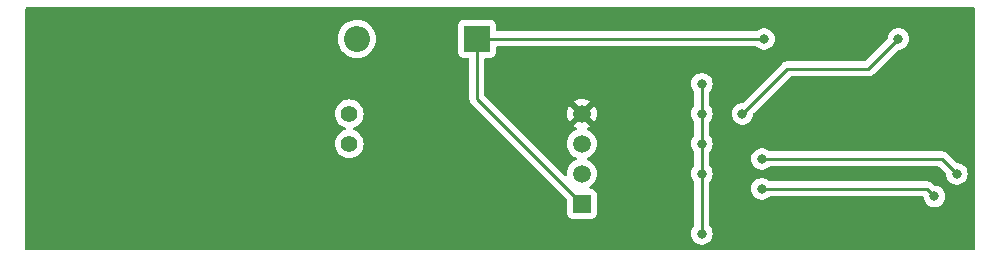
<source format=gbr>
%TF.GenerationSoftware,KiCad,Pcbnew,7.0.9*%
%TF.CreationDate,2023-11-22T21:43:23-08:00*%
%TF.ProjectId,esp12-temp-sensore,65737031-322d-4746-956d-702d73656e73,rev?*%
%TF.SameCoordinates,Original*%
%TF.FileFunction,Copper,L2,Bot*%
%TF.FilePolarity,Positive*%
%FSLAX46Y46*%
G04 Gerber Fmt 4.6, Leading zero omitted, Abs format (unit mm)*
G04 Created by KiCad (PCBNEW 7.0.9) date 2023-11-22 21:43:23*
%MOMM*%
%LPD*%
G01*
G04 APERTURE LIST*
%TA.AperFunction,ComponentPad*%
%ADD10R,2.200000X2.200000*%
%TD*%
%TA.AperFunction,ComponentPad*%
%ADD11O,2.200000X2.200000*%
%TD*%
%TA.AperFunction,ComponentPad*%
%ADD12C,1.400000*%
%TD*%
%TA.AperFunction,ComponentPad*%
%ADD13R,1.500000X1.500000*%
%TD*%
%TA.AperFunction,ComponentPad*%
%ADD14C,1.500000*%
%TD*%
%TA.AperFunction,ViaPad*%
%ADD15C,0.800000*%
%TD*%
%TA.AperFunction,Conductor*%
%ADD16C,0.250000*%
%TD*%
G04 APERTURE END LIST*
D10*
%TO.P,D1,1,K*%
%TO.N,VDC*%
X58420000Y-27940000D03*
D11*
%TO.P,D1,2,A*%
%TO.N,/+BATT_PROT*%
X48260000Y-27940000D03*
%TD*%
D12*
%TO.P,J1,1,1*%
%TO.N,+BATT*%
X47625000Y-34290000D03*
%TO.P,J1,2,2*%
%TO.N,-BATT*%
X47625000Y-36830000D03*
%TD*%
D13*
%TO.P,U1,1,VCC*%
%TO.N,VDC*%
X67310000Y-41910000D03*
D14*
%TO.P,U1,2,IO*%
%TO.N,/SENSOR*%
X67310000Y-39370000D03*
%TO.P,U1,3,NC*%
%TO.N,unconnected-(U1-NC-Pad3)*%
X67310000Y-36830000D03*
%TO.P,U1,4,GND*%
%TO.N,GND*%
X67310000Y-34290000D03*
%TD*%
D15*
%TO.N,GND*%
X91440000Y-36830000D03*
X27051000Y-41910000D03*
X53340000Y-27940000D03*
X74930000Y-44450000D03*
X82550000Y-43180000D03*
X41910000Y-41910000D03*
X89408000Y-39370000D03*
X96520000Y-39370000D03*
X86360000Y-34290000D03*
X57277000Y-42545000D03*
X27051000Y-30607000D03*
X96520000Y-36830000D03*
X93980000Y-34290000D03*
X74930000Y-29210000D03*
X88900000Y-34290000D03*
X41910000Y-30480000D03*
X98933000Y-36830000D03*
X27051000Y-35433000D03*
X96520000Y-31750000D03*
X50546000Y-42545000D03*
X41910000Y-35433000D03*
X34163000Y-41783000D03*
X50546000Y-35433000D03*
X34163000Y-30607000D03*
X93980000Y-36830000D03*
X34163000Y-35433000D03*
X63246000Y-31369000D03*
X91440000Y-34290000D03*
X88900000Y-31750000D03*
X57150000Y-35433000D03*
X91440000Y-31750000D03*
X83820000Y-43180000D03*
X76200000Y-30480000D03*
X86360000Y-31750000D03*
X96520000Y-34290000D03*
X93980000Y-39370000D03*
%TO.N,VDC*%
X77470000Y-34290000D03*
X77470000Y-44450000D03*
X77470000Y-39370000D03*
X77470000Y-36830000D03*
X82735000Y-27960000D03*
X77470000Y-31750000D03*
%TO.N,/RST*%
X80899000Y-34290000D03*
X94107000Y-27940000D03*
%TO.N,/SERIAL_RX*%
X82550000Y-38109500D03*
X99060000Y-39370000D03*
%TO.N,/SERIAL_TX*%
X97155000Y-41275000D03*
X82550000Y-40640000D03*
%TD*%
D16*
%TO.N,VDC*%
X58420000Y-33020000D02*
X67310000Y-41910000D01*
X58420000Y-27940000D02*
X82715000Y-27940000D01*
X58420000Y-27940000D02*
X58420000Y-33020000D01*
X77470000Y-39370000D02*
X77470000Y-36830000D01*
X77470000Y-44450000D02*
X77470000Y-39370000D01*
X82715000Y-27940000D02*
X82735000Y-27960000D01*
X77470000Y-36830000D02*
X77470000Y-31750000D01*
%TO.N,/RST*%
X91567000Y-30480000D02*
X84709000Y-30480000D01*
X84709000Y-30480000D02*
X80899000Y-34290000D01*
X94107000Y-27940000D02*
X91567000Y-30480000D01*
%TO.N,/SERIAL_RX*%
X97799500Y-38109500D02*
X82550000Y-38109500D01*
X99060000Y-39370000D02*
X97799500Y-38109500D01*
%TO.N,/SERIAL_TX*%
X96520000Y-40640000D02*
X82550000Y-40640000D01*
X96520000Y-40640000D02*
X97155000Y-41275000D01*
%TD*%
%TA.AperFunction,Conductor*%
%TO.N,GND*%
G36*
X100508221Y-25285502D02*
G01*
X100554714Y-25339158D01*
X100566100Y-25391500D01*
X100566100Y-45728500D01*
X100546098Y-45796621D01*
X100492442Y-45843114D01*
X100440100Y-45854500D01*
X20311500Y-45854500D01*
X20243379Y-45834498D01*
X20196886Y-45780842D01*
X20185500Y-45728500D01*
X20185500Y-44450000D01*
X76556496Y-44450000D01*
X76576457Y-44639927D01*
X76606526Y-44732470D01*
X76635473Y-44821556D01*
X76635476Y-44821561D01*
X76730958Y-44986941D01*
X76730965Y-44986951D01*
X76858744Y-45128864D01*
X76858747Y-45128866D01*
X77013248Y-45241118D01*
X77187712Y-45318794D01*
X77374513Y-45358500D01*
X77565487Y-45358500D01*
X77752288Y-45318794D01*
X77926752Y-45241118D01*
X78081253Y-45128866D01*
X78209040Y-44986944D01*
X78304527Y-44821556D01*
X78363542Y-44639928D01*
X78383504Y-44450000D01*
X78363542Y-44260072D01*
X78304527Y-44078444D01*
X78209040Y-43913056D01*
X78135863Y-43831784D01*
X78105146Y-43767776D01*
X78103500Y-43747474D01*
X78103500Y-40640000D01*
X81636496Y-40640000D01*
X81656457Y-40829927D01*
X81680343Y-40903438D01*
X81715473Y-41011556D01*
X81715476Y-41011561D01*
X81810958Y-41176941D01*
X81810965Y-41176951D01*
X81938744Y-41318864D01*
X81938747Y-41318866D01*
X82093248Y-41431118D01*
X82267712Y-41508794D01*
X82454513Y-41548500D01*
X82645487Y-41548500D01*
X82832288Y-41508794D01*
X83006752Y-41431118D01*
X83161253Y-41318866D01*
X83164563Y-41315190D01*
X83225009Y-41277950D01*
X83258200Y-41273500D01*
X96127887Y-41273500D01*
X96196008Y-41293502D01*
X96242501Y-41347158D01*
X96253197Y-41386330D01*
X96261457Y-41464927D01*
X96275711Y-41508794D01*
X96320473Y-41646556D01*
X96320476Y-41646561D01*
X96415958Y-41811941D01*
X96415965Y-41811951D01*
X96543744Y-41953864D01*
X96543747Y-41953866D01*
X96698248Y-42066118D01*
X96872712Y-42143794D01*
X97059513Y-42183500D01*
X97250487Y-42183500D01*
X97437288Y-42143794D01*
X97611752Y-42066118D01*
X97766253Y-41953866D01*
X97894040Y-41811944D01*
X97989527Y-41646556D01*
X98048542Y-41464928D01*
X98068504Y-41275000D01*
X98048542Y-41085072D01*
X97989527Y-40903444D01*
X97894040Y-40738056D01*
X97894038Y-40738054D01*
X97894034Y-40738048D01*
X97766255Y-40596135D01*
X97611752Y-40483882D01*
X97437288Y-40406206D01*
X97250487Y-40366500D01*
X97194595Y-40366500D01*
X97126474Y-40346498D01*
X97105500Y-40329595D01*
X97027244Y-40251339D01*
X97017280Y-40238902D01*
X97017053Y-40239090D01*
X97012000Y-40232982D01*
X96960920Y-40185015D01*
X96939777Y-40163871D01*
X96939772Y-40163866D01*
X96934225Y-40159563D01*
X96929717Y-40155712D01*
X96895325Y-40123417D01*
X96895319Y-40123413D01*
X96877563Y-40113651D01*
X96861047Y-40102802D01*
X96845041Y-40090386D01*
X96803764Y-40072524D01*
X96801740Y-40071648D01*
X96796408Y-40069036D01*
X96755061Y-40046305D01*
X96735436Y-40041266D01*
X96716736Y-40034864D01*
X96698145Y-40026819D01*
X96698143Y-40026818D01*
X96698142Y-40026818D01*
X96651542Y-40019437D01*
X96645729Y-40018233D01*
X96600030Y-40006500D01*
X96579776Y-40006500D01*
X96560066Y-40004949D01*
X96540057Y-40001780D01*
X96540056Y-40001780D01*
X96493083Y-40006220D01*
X96487150Y-40006500D01*
X83258200Y-40006500D01*
X83190079Y-39986498D01*
X83164563Y-39964810D01*
X83161252Y-39961133D01*
X83006752Y-39848882D01*
X82832288Y-39771206D01*
X82645487Y-39731500D01*
X82454513Y-39731500D01*
X82267711Y-39771206D01*
X82093247Y-39848882D01*
X81938744Y-39961135D01*
X81810965Y-40103048D01*
X81810958Y-40103058D01*
X81715476Y-40268438D01*
X81715473Y-40268445D01*
X81656457Y-40450072D01*
X81636496Y-40640000D01*
X78103500Y-40640000D01*
X78103500Y-40072524D01*
X78123502Y-40004403D01*
X78135858Y-39988220D01*
X78209040Y-39906944D01*
X78304527Y-39741556D01*
X78363542Y-39559928D01*
X78383504Y-39370000D01*
X78363542Y-39180072D01*
X78304527Y-38998444D01*
X78209040Y-38833056D01*
X78135863Y-38751784D01*
X78105146Y-38687776D01*
X78103500Y-38667474D01*
X78103500Y-38109500D01*
X81636496Y-38109500D01*
X81656457Y-38299427D01*
X81686526Y-38391970D01*
X81715473Y-38481056D01*
X81715476Y-38481061D01*
X81810958Y-38646441D01*
X81810965Y-38646451D01*
X81938744Y-38788364D01*
X81938747Y-38788366D01*
X82093248Y-38900618D01*
X82267712Y-38978294D01*
X82454513Y-39018000D01*
X82645487Y-39018000D01*
X82832288Y-38978294D01*
X83006752Y-38900618D01*
X83161253Y-38788366D01*
X83164563Y-38784690D01*
X83225009Y-38747450D01*
X83258200Y-38743000D01*
X97484906Y-38743000D01*
X97553027Y-38763002D01*
X97574001Y-38779905D01*
X98112877Y-39318781D01*
X98146903Y-39381093D01*
X98149092Y-39394705D01*
X98166457Y-39559927D01*
X98196526Y-39652470D01*
X98225473Y-39741556D01*
X98253841Y-39790691D01*
X98320958Y-39906941D01*
X98320965Y-39906951D01*
X98448744Y-40048864D01*
X98481309Y-40072524D01*
X98603248Y-40161118D01*
X98777712Y-40238794D01*
X98964513Y-40278500D01*
X99155487Y-40278500D01*
X99342288Y-40238794D01*
X99516752Y-40161118D01*
X99671253Y-40048866D01*
X99680316Y-40038801D01*
X99799034Y-39906951D01*
X99799035Y-39906949D01*
X99799040Y-39906944D01*
X99894527Y-39741556D01*
X99953542Y-39559928D01*
X99973504Y-39370000D01*
X99953542Y-39180072D01*
X99894527Y-38998444D01*
X99799040Y-38833056D01*
X99799038Y-38833054D01*
X99799034Y-38833048D01*
X99671255Y-38691135D01*
X99516752Y-38578882D01*
X99342288Y-38501206D01*
X99155487Y-38461500D01*
X99099595Y-38461500D01*
X99031474Y-38441498D01*
X99010500Y-38424595D01*
X98306744Y-37720839D01*
X98296779Y-37708401D01*
X98296552Y-37708590D01*
X98291501Y-37702484D01*
X98291500Y-37702482D01*
X98240421Y-37654516D01*
X98219277Y-37633371D01*
X98219272Y-37633366D01*
X98213725Y-37629063D01*
X98209217Y-37625212D01*
X98174825Y-37592917D01*
X98174819Y-37592913D01*
X98157063Y-37583151D01*
X98140547Y-37572302D01*
X98124541Y-37559886D01*
X98093789Y-37546578D01*
X98081240Y-37541148D01*
X98075908Y-37538536D01*
X98034561Y-37515805D01*
X98014936Y-37510766D01*
X97996236Y-37504364D01*
X97977645Y-37496319D01*
X97977643Y-37496318D01*
X97977642Y-37496318D01*
X97931042Y-37488937D01*
X97925229Y-37487733D01*
X97879530Y-37476000D01*
X97859276Y-37476000D01*
X97839566Y-37474449D01*
X97819557Y-37471280D01*
X97819556Y-37471280D01*
X97772583Y-37475720D01*
X97766650Y-37476000D01*
X83258200Y-37476000D01*
X83190079Y-37455998D01*
X83164563Y-37434310D01*
X83161252Y-37430633D01*
X83006752Y-37318382D01*
X82832288Y-37240706D01*
X82645487Y-37201000D01*
X82454513Y-37201000D01*
X82267711Y-37240706D01*
X82093247Y-37318382D01*
X81938744Y-37430635D01*
X81810965Y-37572548D01*
X81810958Y-37572558D01*
X81715476Y-37737938D01*
X81715473Y-37737945D01*
X81656457Y-37919572D01*
X81636496Y-38109500D01*
X78103500Y-38109500D01*
X78103500Y-37532524D01*
X78123502Y-37464403D01*
X78135858Y-37448220D01*
X78209040Y-37366944D01*
X78304527Y-37201556D01*
X78363542Y-37019928D01*
X78383504Y-36830000D01*
X78363542Y-36640072D01*
X78304527Y-36458444D01*
X78209040Y-36293056D01*
X78135863Y-36211784D01*
X78105146Y-36147776D01*
X78103500Y-36127474D01*
X78103500Y-34992524D01*
X78123502Y-34924403D01*
X78135858Y-34908220D01*
X78209040Y-34826944D01*
X78304527Y-34661556D01*
X78363542Y-34479928D01*
X78383504Y-34290000D01*
X79985496Y-34290000D01*
X80005457Y-34479927D01*
X80014997Y-34509287D01*
X80064473Y-34661556D01*
X80089505Y-34704912D01*
X80159958Y-34826941D01*
X80159965Y-34826951D01*
X80287744Y-34968864D01*
X80287747Y-34968866D01*
X80442248Y-35081118D01*
X80616712Y-35158794D01*
X80803513Y-35198500D01*
X80994487Y-35198500D01*
X81181288Y-35158794D01*
X81355752Y-35081118D01*
X81510253Y-34968866D01*
X81575357Y-34896561D01*
X81638034Y-34826951D01*
X81638035Y-34826949D01*
X81638040Y-34826944D01*
X81733527Y-34661556D01*
X81792542Y-34479928D01*
X81809907Y-34314703D01*
X81836920Y-34249048D01*
X81846113Y-34238789D01*
X84934499Y-31150405D01*
X84996811Y-31116379D01*
X85023594Y-31113500D01*
X91483147Y-31113500D01*
X91498988Y-31115249D01*
X91499016Y-31114956D01*
X91506902Y-31115700D01*
X91506909Y-31115702D01*
X91576958Y-31113500D01*
X91606856Y-31113500D01*
X91613818Y-31112619D01*
X91619719Y-31112154D01*
X91666889Y-31110673D01*
X91686347Y-31105019D01*
X91705694Y-31101013D01*
X91725797Y-31098474D01*
X91769679Y-31081099D01*
X91775274Y-31079183D01*
X91803816Y-31070891D01*
X91820591Y-31066019D01*
X91820595Y-31066017D01*
X91838026Y-31055708D01*
X91855780Y-31047009D01*
X91874617Y-31039552D01*
X91912786Y-31011818D01*
X91917744Y-31008562D01*
X91958362Y-30984542D01*
X91972685Y-30970218D01*
X91987724Y-30957374D01*
X92004107Y-30945472D01*
X92034193Y-30909103D01*
X92038161Y-30904741D01*
X94057499Y-28885405D01*
X94119811Y-28851379D01*
X94146594Y-28848500D01*
X94202487Y-28848500D01*
X94389288Y-28808794D01*
X94563752Y-28731118D01*
X94718253Y-28618866D01*
X94846040Y-28476944D01*
X94941527Y-28311556D01*
X95000542Y-28129928D01*
X95020504Y-27940000D01*
X95000542Y-27750072D01*
X94941527Y-27568444D01*
X94846040Y-27403056D01*
X94846038Y-27403054D01*
X94846034Y-27403048D01*
X94718255Y-27261135D01*
X94563752Y-27148882D01*
X94389288Y-27071206D01*
X94202487Y-27031500D01*
X94011513Y-27031500D01*
X93824711Y-27071206D01*
X93650247Y-27148882D01*
X93495744Y-27261135D01*
X93367965Y-27403048D01*
X93367958Y-27403058D01*
X93272476Y-27568438D01*
X93272473Y-27568445D01*
X93213457Y-27750072D01*
X93196092Y-27915292D01*
X93169079Y-27980949D01*
X93159877Y-27991216D01*
X91341498Y-29809596D01*
X91279188Y-29843620D01*
X91252405Y-29846500D01*
X84792854Y-29846500D01*
X84777012Y-29844750D01*
X84776985Y-29845044D01*
X84769092Y-29844297D01*
X84699029Y-29846500D01*
X84669144Y-29846500D01*
X84669140Y-29846500D01*
X84669129Y-29846501D01*
X84662190Y-29847377D01*
X84656277Y-29847843D01*
X84609111Y-29849325D01*
X84589650Y-29854979D01*
X84570304Y-29858985D01*
X84550204Y-29861525D01*
X84550203Y-29861525D01*
X84506335Y-29878893D01*
X84500720Y-29880815D01*
X84455413Y-29893978D01*
X84455404Y-29893982D01*
X84437962Y-29904297D01*
X84420215Y-29912991D01*
X84401383Y-29920447D01*
X84401381Y-29920448D01*
X84363214Y-29948178D01*
X84358254Y-29951436D01*
X84317636Y-29975459D01*
X84317633Y-29975461D01*
X84303312Y-29989783D01*
X84288283Y-30002619D01*
X84271893Y-30014527D01*
X84241808Y-30050892D01*
X84237812Y-30055283D01*
X80948500Y-33344595D01*
X80886188Y-33378621D01*
X80859405Y-33381500D01*
X80803513Y-33381500D01*
X80616711Y-33421206D01*
X80442247Y-33498882D01*
X80287744Y-33611135D01*
X80159965Y-33753048D01*
X80159958Y-33753058D01*
X80064476Y-33918438D01*
X80064473Y-33918445D01*
X80005457Y-34100072D01*
X79985496Y-34290000D01*
X78383504Y-34290000D01*
X78363542Y-34100072D01*
X78304527Y-33918444D01*
X78209040Y-33753056D01*
X78135863Y-33671784D01*
X78105146Y-33607776D01*
X78103500Y-33587474D01*
X78103500Y-32452524D01*
X78123502Y-32384403D01*
X78135858Y-32368220D01*
X78209040Y-32286944D01*
X78304527Y-32121556D01*
X78363542Y-31939928D01*
X78383504Y-31750000D01*
X78363542Y-31560072D01*
X78304527Y-31378444D01*
X78209040Y-31213056D01*
X78209038Y-31213054D01*
X78209034Y-31213048D01*
X78081255Y-31071135D01*
X77926752Y-30958882D01*
X77752288Y-30881206D01*
X77565487Y-30841500D01*
X77374513Y-30841500D01*
X77187711Y-30881206D01*
X77013247Y-30958882D01*
X76858744Y-31071135D01*
X76730965Y-31213048D01*
X76730958Y-31213058D01*
X76635476Y-31378438D01*
X76635473Y-31378445D01*
X76576457Y-31560072D01*
X76556496Y-31750000D01*
X76576457Y-31939927D01*
X76606526Y-32032470D01*
X76635473Y-32121556D01*
X76730960Y-32286944D01*
X76804137Y-32368215D01*
X76834853Y-32432220D01*
X76836500Y-32452524D01*
X76836500Y-33587474D01*
X76816498Y-33655595D01*
X76804137Y-33671784D01*
X76730957Y-33753059D01*
X76635476Y-33918438D01*
X76635473Y-33918445D01*
X76576457Y-34100072D01*
X76556496Y-34290000D01*
X76576457Y-34479927D01*
X76585997Y-34509287D01*
X76635473Y-34661556D01*
X76730960Y-34826944D01*
X76804137Y-34908215D01*
X76834853Y-34972220D01*
X76836500Y-34992524D01*
X76836500Y-36127474D01*
X76816498Y-36195595D01*
X76804137Y-36211784D01*
X76730957Y-36293059D01*
X76635476Y-36458438D01*
X76635473Y-36458445D01*
X76576457Y-36640072D01*
X76556496Y-36830000D01*
X76576457Y-37019927D01*
X76606526Y-37112470D01*
X76635473Y-37201556D01*
X76730960Y-37366944D01*
X76804137Y-37448215D01*
X76834853Y-37512220D01*
X76836500Y-37532524D01*
X76836500Y-38667474D01*
X76816498Y-38735595D01*
X76804137Y-38751784D01*
X76730957Y-38833059D01*
X76635476Y-38998438D01*
X76635473Y-38998445D01*
X76576457Y-39180072D01*
X76556496Y-39370000D01*
X76576457Y-39559927D01*
X76606526Y-39652470D01*
X76635473Y-39741556D01*
X76730960Y-39906944D01*
X76804137Y-39988215D01*
X76834853Y-40052220D01*
X76836500Y-40072524D01*
X76836500Y-43747474D01*
X76816498Y-43815595D01*
X76804137Y-43831784D01*
X76730957Y-43913059D01*
X76635476Y-44078438D01*
X76635473Y-44078445D01*
X76576457Y-44260072D01*
X76556496Y-44450000D01*
X20185500Y-44450000D01*
X20185500Y-36830000D01*
X46411884Y-36830000D01*
X46430314Y-37040655D01*
X46459643Y-37150113D01*
X46485043Y-37244908D01*
X46485045Y-37244912D01*
X46574412Y-37436561D01*
X46695692Y-37609767D01*
X46695696Y-37609772D01*
X46695699Y-37609776D01*
X46845224Y-37759301D01*
X46845228Y-37759304D01*
X46845232Y-37759307D01*
X47018438Y-37880587D01*
X47018441Y-37880588D01*
X47018442Y-37880589D01*
X47210090Y-37969956D01*
X47414345Y-38024686D01*
X47625000Y-38043116D01*
X47835655Y-38024686D01*
X48039910Y-37969956D01*
X48231558Y-37880589D01*
X48404776Y-37759301D01*
X48554301Y-37609776D01*
X48658017Y-37461654D01*
X48675587Y-37436561D01*
X48675587Y-37436560D01*
X48675589Y-37436558D01*
X48764956Y-37244910D01*
X48819686Y-37040655D01*
X48838116Y-36830000D01*
X48819686Y-36619345D01*
X48764956Y-36415090D01*
X48675589Y-36223442D01*
X48675588Y-36223441D01*
X48675587Y-36223438D01*
X48554307Y-36050232D01*
X48554304Y-36050228D01*
X48554301Y-36050224D01*
X48404776Y-35900699D01*
X48404772Y-35900696D01*
X48404767Y-35900692D01*
X48231561Y-35779412D01*
X48039912Y-35690045D01*
X48039905Y-35690042D01*
X48017211Y-35683961D01*
X48008794Y-35681706D01*
X47948172Y-35644756D01*
X47917150Y-35580896D01*
X47925578Y-35510401D01*
X47970780Y-35455654D01*
X48008793Y-35438293D01*
X48039910Y-35429956D01*
X48231558Y-35340589D01*
X48404776Y-35219301D01*
X48554301Y-35069776D01*
X48675589Y-34896558D01*
X48764956Y-34704910D01*
X48819686Y-34500655D01*
X48838116Y-34290000D01*
X48819686Y-34079345D01*
X48764956Y-33875090D01*
X48675589Y-33683442D01*
X48675588Y-33683441D01*
X48675587Y-33683438D01*
X48554307Y-33510232D01*
X48554304Y-33510228D01*
X48554301Y-33510224D01*
X48404776Y-33360699D01*
X48404772Y-33360696D01*
X48404767Y-33360692D01*
X48231561Y-33239412D01*
X48039912Y-33150045D01*
X48039908Y-33150043D01*
X47927366Y-33119888D01*
X47835655Y-33095314D01*
X47625000Y-33076884D01*
X47414345Y-33095314D01*
X47384347Y-33103352D01*
X47210091Y-33150043D01*
X47210087Y-33150045D01*
X47018438Y-33239412D01*
X46845232Y-33360692D01*
X46845221Y-33360701D01*
X46695701Y-33510221D01*
X46695692Y-33510232D01*
X46574412Y-33683438D01*
X46485045Y-33875087D01*
X46485043Y-33875091D01*
X46473427Y-33918444D01*
X46430314Y-34079345D01*
X46411884Y-34290000D01*
X46430314Y-34500655D01*
X46459643Y-34610113D01*
X46485043Y-34704908D01*
X46485045Y-34704912D01*
X46574412Y-34896561D01*
X46695692Y-35069767D01*
X46695696Y-35069772D01*
X46695699Y-35069776D01*
X46845224Y-35219301D01*
X46845228Y-35219304D01*
X46845232Y-35219307D01*
X47018438Y-35340587D01*
X47018441Y-35340588D01*
X47018442Y-35340589D01*
X47210090Y-35429956D01*
X47241205Y-35438293D01*
X47301828Y-35475245D01*
X47332849Y-35539105D01*
X47324421Y-35609600D01*
X47279218Y-35664347D01*
X47241206Y-35681706D01*
X47233406Y-35683796D01*
X47210091Y-35690043D01*
X47210087Y-35690045D01*
X47018438Y-35779412D01*
X46845232Y-35900692D01*
X46845221Y-35900701D01*
X46695701Y-36050221D01*
X46695692Y-36050232D01*
X46574412Y-36223438D01*
X46485045Y-36415087D01*
X46485043Y-36415091D01*
X46473427Y-36458444D01*
X46430314Y-36619345D01*
X46411884Y-36830000D01*
X20185500Y-36830000D01*
X20185500Y-27940000D01*
X46646526Y-27940000D01*
X46666391Y-28192402D01*
X46725494Y-28438589D01*
X46808452Y-28638866D01*
X46822384Y-28672502D01*
X46954672Y-28888376D01*
X47119102Y-29080898D01*
X47311624Y-29245328D01*
X47527498Y-29377616D01*
X47761409Y-29474505D01*
X48007597Y-29533609D01*
X48260000Y-29553474D01*
X48512403Y-29533609D01*
X48758591Y-29474505D01*
X48992502Y-29377616D01*
X49208376Y-29245328D01*
X49391823Y-29088649D01*
X56811500Y-29088649D01*
X56818009Y-29149196D01*
X56818011Y-29149204D01*
X56869110Y-29286202D01*
X56869112Y-29286207D01*
X56956738Y-29403261D01*
X57073792Y-29490887D01*
X57073794Y-29490888D01*
X57073796Y-29490889D01*
X57132875Y-29512924D01*
X57210795Y-29541988D01*
X57210803Y-29541990D01*
X57271350Y-29548499D01*
X57271355Y-29548499D01*
X57271362Y-29548500D01*
X57660500Y-29548500D01*
X57728621Y-29568502D01*
X57775114Y-29622158D01*
X57786500Y-29674500D01*
X57786500Y-32936146D01*
X57784751Y-32951988D01*
X57785044Y-32952016D01*
X57784298Y-32959907D01*
X57786500Y-33029957D01*
X57786500Y-33059851D01*
X57786501Y-33059872D01*
X57787378Y-33066820D01*
X57787844Y-33072732D01*
X57789326Y-33119888D01*
X57789327Y-33119893D01*
X57794977Y-33139339D01*
X57798986Y-33158697D01*
X57801525Y-33178793D01*
X57801526Y-33178799D01*
X57818893Y-33222662D01*
X57820816Y-33228279D01*
X57833982Y-33273593D01*
X57844294Y-33291031D01*
X57852988Y-33308779D01*
X57860444Y-33327609D01*
X57860450Y-33327620D01*
X57888177Y-33365783D01*
X57891437Y-33370746D01*
X57915460Y-33411365D01*
X57929779Y-33425684D01*
X57942617Y-33440714D01*
X57952156Y-33453843D01*
X57954528Y-33457107D01*
X57982794Y-33480491D01*
X57990886Y-33487185D01*
X57995267Y-33491171D01*
X62008460Y-37504364D01*
X66014595Y-41510499D01*
X66048621Y-41572811D01*
X66051500Y-41599594D01*
X66051500Y-42708649D01*
X66058009Y-42769196D01*
X66058011Y-42769204D01*
X66109110Y-42906202D01*
X66109112Y-42906207D01*
X66196738Y-43023261D01*
X66313792Y-43110887D01*
X66313794Y-43110888D01*
X66313796Y-43110889D01*
X66372875Y-43132924D01*
X66450795Y-43161988D01*
X66450803Y-43161990D01*
X66511350Y-43168499D01*
X66511355Y-43168499D01*
X66511362Y-43168500D01*
X66511368Y-43168500D01*
X68108632Y-43168500D01*
X68108638Y-43168500D01*
X68108645Y-43168499D01*
X68108649Y-43168499D01*
X68169196Y-43161990D01*
X68169199Y-43161989D01*
X68169201Y-43161989D01*
X68306204Y-43110889D01*
X68423261Y-43023261D01*
X68510889Y-42906204D01*
X68561989Y-42769201D01*
X68568500Y-42708638D01*
X68568500Y-41111362D01*
X68565674Y-41085072D01*
X68561990Y-41050803D01*
X68561988Y-41050795D01*
X68510889Y-40913797D01*
X68510887Y-40913792D01*
X68423261Y-40796738D01*
X68306207Y-40709112D01*
X68306202Y-40709110D01*
X68169204Y-40658011D01*
X68169196Y-40658009D01*
X68108649Y-40651500D01*
X68108638Y-40651500D01*
X68073576Y-40651500D01*
X68005455Y-40631498D01*
X67958962Y-40577842D01*
X67948858Y-40507568D01*
X67978352Y-40442988D01*
X68001306Y-40422287D01*
X68024272Y-40406206D01*
X68122038Y-40337749D01*
X68277749Y-40182038D01*
X68404056Y-40001654D01*
X68497120Y-39802076D01*
X68554115Y-39589371D01*
X68573307Y-39370000D01*
X68554115Y-39150629D01*
X68497120Y-38937924D01*
X68404056Y-38738347D01*
X68277749Y-38557962D01*
X68122038Y-38402251D01*
X67941654Y-38275944D01*
X67941648Y-38275941D01*
X67941648Y-38275940D01*
X67809232Y-38214195D01*
X67755946Y-38167278D01*
X67736485Y-38099001D01*
X67757026Y-38031041D01*
X67809232Y-37985805D01*
X67941648Y-37924059D01*
X67941648Y-37924058D01*
X67941654Y-37924056D01*
X68122038Y-37797749D01*
X68277749Y-37642038D01*
X68404056Y-37461654D01*
X68497120Y-37262076D01*
X68554115Y-37049371D01*
X68573307Y-36830000D01*
X68554115Y-36610629D01*
X68497120Y-36397924D01*
X68404056Y-36198347D01*
X68277749Y-36017962D01*
X68122038Y-35862251D01*
X67941654Y-35735944D01*
X67843222Y-35690045D01*
X67808640Y-35673919D01*
X67755355Y-35627002D01*
X67735894Y-35558725D01*
X67756436Y-35490765D01*
X67808640Y-35445529D01*
X67941410Y-35383616D01*
X67941412Y-35383615D01*
X68001986Y-35341198D01*
X68001986Y-35341197D01*
X67349517Y-34688727D01*
X67435148Y-34675165D01*
X67548045Y-34617641D01*
X67637641Y-34528045D01*
X67695165Y-34415148D01*
X67708727Y-34329517D01*
X68361197Y-34981986D01*
X68361198Y-34981986D01*
X68403615Y-34921412D01*
X68403619Y-34921405D01*
X68496645Y-34721912D01*
X68496649Y-34721903D01*
X68553619Y-34509287D01*
X68572804Y-34290000D01*
X68553619Y-34070712D01*
X68496649Y-33858096D01*
X68496647Y-33858092D01*
X68403621Y-33658598D01*
X68361198Y-33598012D01*
X68361196Y-33598012D01*
X67708726Y-34250481D01*
X67695165Y-34164852D01*
X67637641Y-34051955D01*
X67548045Y-33962359D01*
X67435148Y-33904835D01*
X67349516Y-33891272D01*
X68001986Y-33238801D01*
X68001986Y-33238800D01*
X67941401Y-33196378D01*
X67941402Y-33196378D01*
X67741907Y-33103352D01*
X67741903Y-33103350D01*
X67529287Y-33046380D01*
X67310000Y-33027195D01*
X67090712Y-33046380D01*
X66878096Y-33103350D01*
X66878092Y-33103352D01*
X66678598Y-33196378D01*
X66618011Y-33238801D01*
X67270482Y-33891272D01*
X67184852Y-33904835D01*
X67071955Y-33962359D01*
X66982359Y-34051955D01*
X66924835Y-34164852D01*
X66911272Y-34250482D01*
X66258801Y-33598011D01*
X66216378Y-33658598D01*
X66123352Y-33858092D01*
X66123350Y-33858096D01*
X66066380Y-34070712D01*
X66047195Y-34290000D01*
X66066380Y-34509287D01*
X66123350Y-34721903D01*
X66123352Y-34721907D01*
X66216378Y-34921402D01*
X66258801Y-34981986D01*
X66911272Y-34329515D01*
X66924835Y-34415148D01*
X66982359Y-34528045D01*
X67071955Y-34617641D01*
X67184852Y-34675165D01*
X67270481Y-34688727D01*
X66618012Y-35341196D01*
X66618012Y-35341197D01*
X66678600Y-35383622D01*
X66811359Y-35445529D01*
X66864644Y-35492446D01*
X66884105Y-35560724D01*
X66863563Y-35628684D01*
X66811359Y-35673919D01*
X66678346Y-35735944D01*
X66497965Y-35862248D01*
X66497959Y-35862253D01*
X66342253Y-36017959D01*
X66342248Y-36017965D01*
X66215944Y-36198346D01*
X66122881Y-36397920D01*
X66122880Y-36397924D01*
X66065885Y-36610629D01*
X66046693Y-36830000D01*
X66065122Y-37040655D01*
X66065885Y-37049370D01*
X66122879Y-37262073D01*
X66122881Y-37262079D01*
X66215942Y-37461650D01*
X66215944Y-37461654D01*
X66319661Y-37609776D01*
X66342251Y-37642038D01*
X66342254Y-37642042D01*
X66497957Y-37797745D01*
X66497961Y-37797748D01*
X66497962Y-37797749D01*
X66678346Y-37924056D01*
X66776775Y-37969954D01*
X66810768Y-37985805D01*
X66864053Y-38032722D01*
X66883514Y-38100999D01*
X66862972Y-38168959D01*
X66810768Y-38214195D01*
X66678346Y-38275944D01*
X66497965Y-38402248D01*
X66497959Y-38402253D01*
X66342253Y-38557959D01*
X66342248Y-38557965D01*
X66215944Y-38738346D01*
X66122881Y-38937920D01*
X66122879Y-38937926D01*
X66065885Y-39150629D01*
X66046693Y-39370000D01*
X66053030Y-39442434D01*
X66039040Y-39512039D01*
X65989641Y-39563031D01*
X65920514Y-39579221D01*
X65853609Y-39555468D01*
X65838414Y-39542510D01*
X62588963Y-36293059D01*
X59090405Y-32794500D01*
X59056379Y-32732188D01*
X59053500Y-32705405D01*
X59053500Y-29674500D01*
X59073502Y-29606379D01*
X59127158Y-29559886D01*
X59179500Y-29548500D01*
X59568632Y-29548500D01*
X59568638Y-29548500D01*
X59568645Y-29548499D01*
X59568649Y-29548499D01*
X59629196Y-29541990D01*
X59629199Y-29541989D01*
X59629201Y-29541989D01*
X59766204Y-29490889D01*
X59788091Y-29474505D01*
X59883261Y-29403261D01*
X59970887Y-29286207D01*
X59970887Y-29286206D01*
X59970889Y-29286204D01*
X60021989Y-29149201D01*
X60028500Y-29088638D01*
X60028500Y-28699500D01*
X60048502Y-28631379D01*
X60102158Y-28584886D01*
X60154500Y-28573500D01*
X82008792Y-28573500D01*
X82076913Y-28593502D01*
X82102428Y-28615190D01*
X82123744Y-28638864D01*
X82123747Y-28638866D01*
X82278248Y-28751118D01*
X82452712Y-28828794D01*
X82639513Y-28868500D01*
X82830487Y-28868500D01*
X83017288Y-28828794D01*
X83191752Y-28751118D01*
X83346253Y-28638866D01*
X83346255Y-28638864D01*
X83474034Y-28496951D01*
X83474035Y-28496949D01*
X83474040Y-28496944D01*
X83569527Y-28331556D01*
X83628542Y-28149928D01*
X83648504Y-27960000D01*
X83628542Y-27770072D01*
X83569527Y-27588444D01*
X83474040Y-27423056D01*
X83474038Y-27423054D01*
X83474034Y-27423048D01*
X83346255Y-27281135D01*
X83191752Y-27168882D01*
X83017288Y-27091206D01*
X82830487Y-27051500D01*
X82639513Y-27051500D01*
X82452711Y-27091206D01*
X82278247Y-27168882D01*
X82121955Y-27282436D01*
X82055087Y-27306294D01*
X82047894Y-27306500D01*
X60154500Y-27306500D01*
X60086379Y-27286498D01*
X60039886Y-27232842D01*
X60028500Y-27180500D01*
X60028500Y-26791367D01*
X60028499Y-26791350D01*
X60021990Y-26730803D01*
X60021988Y-26730795D01*
X59970889Y-26593797D01*
X59970887Y-26593792D01*
X59883261Y-26476738D01*
X59766207Y-26389112D01*
X59766202Y-26389110D01*
X59629204Y-26338011D01*
X59629196Y-26338009D01*
X59568649Y-26331500D01*
X59568638Y-26331500D01*
X57271362Y-26331500D01*
X57271350Y-26331500D01*
X57210803Y-26338009D01*
X57210795Y-26338011D01*
X57073797Y-26389110D01*
X57073792Y-26389112D01*
X56956738Y-26476738D01*
X56869112Y-26593792D01*
X56869110Y-26593797D01*
X56818011Y-26730795D01*
X56818009Y-26730803D01*
X56811500Y-26791350D01*
X56811500Y-29088649D01*
X49391823Y-29088649D01*
X49400898Y-29080898D01*
X49565328Y-28888376D01*
X49697616Y-28672502D01*
X49794505Y-28438591D01*
X49853609Y-28192403D01*
X49873474Y-27940000D01*
X49853609Y-27687597D01*
X49794505Y-27441409D01*
X49697616Y-27207498D01*
X49565328Y-26991624D01*
X49400898Y-26799102D01*
X49208376Y-26634672D01*
X48992502Y-26502384D01*
X48930590Y-26476739D01*
X48758589Y-26405494D01*
X48590177Y-26365062D01*
X48512403Y-26346391D01*
X48260000Y-26326526D01*
X48007597Y-26346391D01*
X47761410Y-26405494D01*
X47527499Y-26502383D01*
X47311625Y-26634671D01*
X47119102Y-26799102D01*
X46954671Y-26991625D01*
X46822383Y-27207499D01*
X46725494Y-27441410D01*
X46666391Y-27687597D01*
X46646526Y-27940000D01*
X20185500Y-27940000D01*
X20185500Y-25391500D01*
X20205502Y-25323379D01*
X20259158Y-25276886D01*
X20311500Y-25265500D01*
X100440100Y-25265500D01*
X100508221Y-25285502D01*
G37*
%TD.AperFunction*%
%TD*%
M02*

</source>
